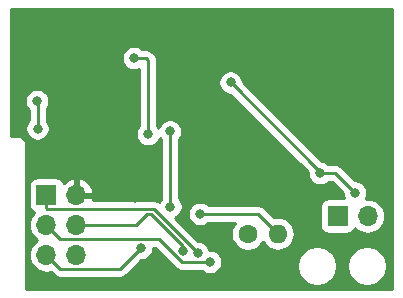
<source format=gbr>
G04 #@! TF.GenerationSoftware,KiCad,Pcbnew,(5.1.0-0)*
G04 #@! TF.CreationDate,2020-07-07T18:13:47+01:00*
G04 #@! TF.ProjectId,autoFan,6175746f-4661-46e2-9e6b-696361645f70,rev?*
G04 #@! TF.SameCoordinates,Original*
G04 #@! TF.FileFunction,Copper,L2,Bot*
G04 #@! TF.FilePolarity,Positive*
%FSLAX46Y46*%
G04 Gerber Fmt 4.6, Leading zero omitted, Abs format (unit mm)*
G04 Created by KiCad (PCBNEW (5.1.0-0)) date 2020-07-07 18:13:47*
%MOMM*%
%LPD*%
G04 APERTURE LIST*
%ADD10R,1.700000X1.700000*%
%ADD11O,1.700000X1.700000*%
%ADD12C,1.600000*%
%ADD13O,1.600000X1.600000*%
%ADD14C,0.800000*%
%ADD15C,0.250000*%
%ADD16C,0.254000*%
G04 APERTURE END LIST*
D10*
X199770000Y-119230000D03*
D11*
X202310000Y-119230000D03*
D10*
X175120000Y-117450000D03*
D11*
X177660000Y-117450000D03*
X175120000Y-119990000D03*
X177660000Y-119990000D03*
X175120000Y-122530000D03*
X177660000Y-122530000D03*
D12*
X192160000Y-120720000D03*
D13*
X194700000Y-120720000D03*
D14*
X174370000Y-111820000D03*
X174340000Y-109510000D03*
X188140000Y-119050000D03*
X178400000Y-106080000D03*
X187890000Y-120470000D03*
X182600000Y-117700000D03*
X183720000Y-112300000D03*
X182550000Y-105850000D03*
X187910000Y-122350000D03*
X188965002Y-123100000D03*
X186687347Y-122152653D03*
X183120000Y-121930000D03*
X185615000Y-118430000D03*
X185580000Y-112070000D03*
X201230000Y-117250000D03*
X198300000Y-115590000D03*
X190710000Y-107910000D03*
D15*
X174370000Y-109540000D02*
X174340000Y-109510000D01*
X174370000Y-111820000D02*
X174370000Y-109540000D01*
X193030000Y-119050000D02*
X194700000Y-120720000D01*
X188140000Y-119050000D02*
X193030000Y-119050000D01*
X183720000Y-112300000D02*
X183720000Y-106020000D01*
X183550000Y-105850000D02*
X182550000Y-105850000D01*
X183720000Y-106020000D02*
X183550000Y-105850000D01*
X184185001Y-118625001D02*
X187910000Y-122350000D01*
X175120000Y-118550000D02*
X175120000Y-117450000D01*
X175195001Y-118625001D02*
X175120000Y-118550000D01*
X184185001Y-118625001D02*
X175195001Y-118625001D01*
X175969999Y-120839999D02*
X175120000Y-119990000D01*
X176295001Y-121165001D02*
X175969999Y-120839999D01*
X184626693Y-121165001D02*
X176295001Y-121165001D01*
X186561692Y-123100000D02*
X184626693Y-121165001D01*
X188965002Y-123100000D02*
X186561692Y-123100000D01*
X177660000Y-119990000D02*
X182690000Y-119990000D01*
X186687347Y-121763757D02*
X186687347Y-122152653D01*
X183998601Y-119075011D02*
X186687347Y-121763757D01*
X183604989Y-119075011D02*
X182690000Y-119990000D01*
X183998601Y-119075011D02*
X183604989Y-119075011D01*
X176295001Y-123705001D02*
X181344999Y-123705001D01*
X175120000Y-122530000D02*
X176295001Y-123705001D01*
X181344999Y-123705001D02*
X183120000Y-121930000D01*
X185615000Y-112105000D02*
X185580000Y-112070000D01*
X185615000Y-118430000D02*
X185615000Y-112105000D01*
X199570000Y-115590000D02*
X198300000Y-115590000D01*
X201230000Y-117250000D02*
X199570000Y-115590000D01*
X198300000Y-115500000D02*
X198300000Y-115590000D01*
X190710000Y-107910000D02*
X198300000Y-115500000D01*
D16*
G36*
X204370001Y-125440000D02*
G01*
X173360000Y-125440000D01*
X173360000Y-119990000D01*
X173627815Y-119990000D01*
X173656487Y-120281111D01*
X173741401Y-120561034D01*
X173879294Y-120819014D01*
X174064866Y-121045134D01*
X174290986Y-121230706D01*
X174345791Y-121260000D01*
X174290986Y-121289294D01*
X174064866Y-121474866D01*
X173879294Y-121700986D01*
X173741401Y-121958966D01*
X173656487Y-122238889D01*
X173627815Y-122530000D01*
X173656487Y-122821111D01*
X173741401Y-123101034D01*
X173879294Y-123359014D01*
X174064866Y-123585134D01*
X174290986Y-123770706D01*
X174548966Y-123908599D01*
X174828889Y-123993513D01*
X175047050Y-124015000D01*
X175192950Y-124015000D01*
X175411111Y-123993513D01*
X175485995Y-123970797D01*
X175731202Y-124216004D01*
X175755000Y-124245002D01*
X175870725Y-124339975D01*
X176002754Y-124410547D01*
X176146015Y-124454004D01*
X176257668Y-124465001D01*
X176257677Y-124465001D01*
X176295000Y-124468677D01*
X176332323Y-124465001D01*
X181307677Y-124465001D01*
X181344999Y-124468677D01*
X181382321Y-124465001D01*
X181382332Y-124465001D01*
X181493985Y-124454004D01*
X181637246Y-124410547D01*
X181769275Y-124339975D01*
X181885000Y-124245002D01*
X181908802Y-124215999D01*
X183159802Y-122965000D01*
X183221939Y-122965000D01*
X183421898Y-122925226D01*
X183610256Y-122847205D01*
X183779774Y-122733937D01*
X183923937Y-122589774D01*
X184037205Y-122420256D01*
X184115226Y-122231898D01*
X184155000Y-122031939D01*
X184155000Y-121925001D01*
X184311892Y-121925001D01*
X185997893Y-123611003D01*
X186021691Y-123640001D01*
X186137416Y-123734974D01*
X186269445Y-123805546D01*
X186412706Y-123849003D01*
X186524359Y-123860000D01*
X186524369Y-123860000D01*
X186561692Y-123863676D01*
X186599015Y-123860000D01*
X188261291Y-123860000D01*
X188305228Y-123903937D01*
X188474746Y-124017205D01*
X188663104Y-124095226D01*
X188863063Y-124135000D01*
X189066941Y-124135000D01*
X189266900Y-124095226D01*
X189455258Y-124017205D01*
X189624776Y-123903937D01*
X189768939Y-123759774D01*
X189882207Y-123590256D01*
X189960228Y-123401898D01*
X189981681Y-123294042D01*
X196345000Y-123294042D01*
X196345000Y-123625958D01*
X196409754Y-123951496D01*
X196536772Y-124258147D01*
X196721175Y-124534125D01*
X196955875Y-124768825D01*
X197231853Y-124953228D01*
X197538504Y-125080246D01*
X197864042Y-125145000D01*
X198195958Y-125145000D01*
X198521496Y-125080246D01*
X198828147Y-124953228D01*
X199104125Y-124768825D01*
X199338825Y-124534125D01*
X199523228Y-124258147D01*
X199650246Y-123951496D01*
X199715000Y-123625958D01*
X199715000Y-123294042D01*
X200575000Y-123294042D01*
X200575000Y-123625958D01*
X200639754Y-123951496D01*
X200766772Y-124258147D01*
X200951175Y-124534125D01*
X201185875Y-124768825D01*
X201461853Y-124953228D01*
X201768504Y-125080246D01*
X202094042Y-125145000D01*
X202425958Y-125145000D01*
X202751496Y-125080246D01*
X203058147Y-124953228D01*
X203334125Y-124768825D01*
X203568825Y-124534125D01*
X203753228Y-124258147D01*
X203880246Y-123951496D01*
X203945000Y-123625958D01*
X203945000Y-123294042D01*
X203880246Y-122968504D01*
X203753228Y-122661853D01*
X203568825Y-122385875D01*
X203334125Y-122151175D01*
X203058147Y-121966772D01*
X202751496Y-121839754D01*
X202425958Y-121775000D01*
X202094042Y-121775000D01*
X201768504Y-121839754D01*
X201461853Y-121966772D01*
X201185875Y-122151175D01*
X200951175Y-122385875D01*
X200766772Y-122661853D01*
X200639754Y-122968504D01*
X200575000Y-123294042D01*
X199715000Y-123294042D01*
X199650246Y-122968504D01*
X199523228Y-122661853D01*
X199338825Y-122385875D01*
X199104125Y-122151175D01*
X198828147Y-121966772D01*
X198521496Y-121839754D01*
X198195958Y-121775000D01*
X197864042Y-121775000D01*
X197538504Y-121839754D01*
X197231853Y-121966772D01*
X196955875Y-122151175D01*
X196721175Y-122385875D01*
X196536772Y-122661853D01*
X196409754Y-122968504D01*
X196345000Y-123294042D01*
X189981681Y-123294042D01*
X190000002Y-123201939D01*
X190000002Y-122998061D01*
X189960228Y-122798102D01*
X189882207Y-122609744D01*
X189768939Y-122440226D01*
X189624776Y-122296063D01*
X189455258Y-122182795D01*
X189266900Y-122104774D01*
X189066941Y-122065000D01*
X188908587Y-122065000D01*
X188905226Y-122048102D01*
X188827205Y-121859744D01*
X188713937Y-121690226D01*
X188569774Y-121546063D01*
X188400256Y-121432795D01*
X188211898Y-121354774D01*
X188011939Y-121315000D01*
X187949802Y-121315000D01*
X186018106Y-119383304D01*
X186105256Y-119347205D01*
X186274774Y-119233937D01*
X186418937Y-119089774D01*
X186513626Y-118948061D01*
X187105000Y-118948061D01*
X187105000Y-119151939D01*
X187144774Y-119351898D01*
X187222795Y-119540256D01*
X187336063Y-119709774D01*
X187480226Y-119853937D01*
X187649744Y-119967205D01*
X187838102Y-120045226D01*
X188038061Y-120085000D01*
X188241939Y-120085000D01*
X188441898Y-120045226D01*
X188630256Y-119967205D01*
X188799774Y-119853937D01*
X188843711Y-119810000D01*
X191042183Y-119810000D01*
X190888320Y-120040273D01*
X190780147Y-120301426D01*
X190725000Y-120578665D01*
X190725000Y-120861335D01*
X190780147Y-121138574D01*
X190888320Y-121399727D01*
X191045363Y-121634759D01*
X191245241Y-121834637D01*
X191480273Y-121991680D01*
X191741426Y-122099853D01*
X192018665Y-122155000D01*
X192301335Y-122155000D01*
X192578574Y-122099853D01*
X192839727Y-121991680D01*
X193074759Y-121834637D01*
X193274637Y-121634759D01*
X193431680Y-121399727D01*
X193433650Y-121394971D01*
X193501068Y-121521101D01*
X193680392Y-121739608D01*
X193898899Y-121918932D01*
X194148192Y-122052182D01*
X194418691Y-122134236D01*
X194629508Y-122155000D01*
X194770492Y-122155000D01*
X194981309Y-122134236D01*
X195251808Y-122052182D01*
X195501101Y-121918932D01*
X195719608Y-121739608D01*
X195898932Y-121521101D01*
X196032182Y-121271808D01*
X196114236Y-121001309D01*
X196141943Y-120720000D01*
X196114236Y-120438691D01*
X196032182Y-120168192D01*
X195898932Y-119918899D01*
X195719608Y-119700392D01*
X195501101Y-119521068D01*
X195251808Y-119387818D01*
X194981309Y-119305764D01*
X194770492Y-119285000D01*
X194629508Y-119285000D01*
X194418691Y-119305764D01*
X194374094Y-119319292D01*
X193593804Y-118539003D01*
X193570001Y-118509999D01*
X193454276Y-118415026D01*
X193322247Y-118344454D01*
X193178986Y-118300997D01*
X193067333Y-118290000D01*
X193067322Y-118290000D01*
X193030000Y-118286324D01*
X192992678Y-118290000D01*
X188843711Y-118290000D01*
X188799774Y-118246063D01*
X188630256Y-118132795D01*
X188441898Y-118054774D01*
X188241939Y-118015000D01*
X188038061Y-118015000D01*
X187838102Y-118054774D01*
X187649744Y-118132795D01*
X187480226Y-118246063D01*
X187336063Y-118390226D01*
X187222795Y-118559744D01*
X187144774Y-118748102D01*
X187105000Y-118948061D01*
X186513626Y-118948061D01*
X186532205Y-118920256D01*
X186610226Y-118731898D01*
X186650000Y-118531939D01*
X186650000Y-118328061D01*
X186610226Y-118128102D01*
X186532205Y-117939744D01*
X186418937Y-117770226D01*
X186375000Y-117726289D01*
X186375000Y-112738711D01*
X186383937Y-112729774D01*
X186497205Y-112560256D01*
X186575226Y-112371898D01*
X186615000Y-112171939D01*
X186615000Y-111968061D01*
X186575226Y-111768102D01*
X186497205Y-111579744D01*
X186383937Y-111410226D01*
X186239774Y-111266063D01*
X186070256Y-111152795D01*
X185881898Y-111074774D01*
X185681939Y-111035000D01*
X185478061Y-111035000D01*
X185278102Y-111074774D01*
X185089744Y-111152795D01*
X184920226Y-111266063D01*
X184776063Y-111410226D01*
X184662795Y-111579744D01*
X184594191Y-111745368D01*
X184523937Y-111640226D01*
X184480000Y-111596289D01*
X184480000Y-107808061D01*
X189675000Y-107808061D01*
X189675000Y-108011939D01*
X189714774Y-108211898D01*
X189792795Y-108400256D01*
X189906063Y-108569774D01*
X190050226Y-108713937D01*
X190219744Y-108827205D01*
X190408102Y-108905226D01*
X190608061Y-108945000D01*
X190670199Y-108945000D01*
X197265000Y-115539802D01*
X197265000Y-115691939D01*
X197304774Y-115891898D01*
X197382795Y-116080256D01*
X197496063Y-116249774D01*
X197640226Y-116393937D01*
X197809744Y-116507205D01*
X197998102Y-116585226D01*
X198198061Y-116625000D01*
X198401939Y-116625000D01*
X198601898Y-116585226D01*
X198790256Y-116507205D01*
X198959774Y-116393937D01*
X199003711Y-116350000D01*
X199255199Y-116350000D01*
X200195000Y-117289802D01*
X200195000Y-117351939D01*
X200234774Y-117551898D01*
X200312795Y-117740256D01*
X200313912Y-117741928D01*
X198920000Y-117741928D01*
X198795518Y-117754188D01*
X198675820Y-117790498D01*
X198565506Y-117849463D01*
X198468815Y-117928815D01*
X198389463Y-118025506D01*
X198330498Y-118135820D01*
X198294188Y-118255518D01*
X198281928Y-118380000D01*
X198281928Y-120080000D01*
X198294188Y-120204482D01*
X198330498Y-120324180D01*
X198389463Y-120434494D01*
X198468815Y-120531185D01*
X198565506Y-120610537D01*
X198675820Y-120669502D01*
X198795518Y-120705812D01*
X198920000Y-120718072D01*
X200620000Y-120718072D01*
X200744482Y-120705812D01*
X200864180Y-120669502D01*
X200974494Y-120610537D01*
X201071185Y-120531185D01*
X201150537Y-120434494D01*
X201209502Y-120324180D01*
X201230393Y-120255313D01*
X201254866Y-120285134D01*
X201480986Y-120470706D01*
X201738966Y-120608599D01*
X202018889Y-120693513D01*
X202237050Y-120715000D01*
X202382950Y-120715000D01*
X202601111Y-120693513D01*
X202881034Y-120608599D01*
X203139014Y-120470706D01*
X203365134Y-120285134D01*
X203550706Y-120059014D01*
X203688599Y-119801034D01*
X203773513Y-119521111D01*
X203802185Y-119230000D01*
X203773513Y-118938889D01*
X203688599Y-118658966D01*
X203550706Y-118400986D01*
X203365134Y-118174866D01*
X203139014Y-117989294D01*
X202881034Y-117851401D01*
X202601111Y-117766487D01*
X202382950Y-117745000D01*
X202237050Y-117745000D01*
X202137483Y-117754807D01*
X202147205Y-117740256D01*
X202225226Y-117551898D01*
X202265000Y-117351939D01*
X202265000Y-117148061D01*
X202225226Y-116948102D01*
X202147205Y-116759744D01*
X202033937Y-116590226D01*
X201889774Y-116446063D01*
X201720256Y-116332795D01*
X201531898Y-116254774D01*
X201331939Y-116215000D01*
X201269802Y-116215000D01*
X200133804Y-115079003D01*
X200110001Y-115049999D01*
X199994276Y-114955026D01*
X199862247Y-114884454D01*
X199718986Y-114840997D01*
X199607333Y-114830000D01*
X199607322Y-114830000D01*
X199570000Y-114826324D01*
X199532678Y-114830000D01*
X199003711Y-114830000D01*
X198959774Y-114786063D01*
X198790256Y-114672795D01*
X198601898Y-114594774D01*
X198436720Y-114561918D01*
X191745000Y-107870199D01*
X191745000Y-107808061D01*
X191705226Y-107608102D01*
X191627205Y-107419744D01*
X191513937Y-107250226D01*
X191369774Y-107106063D01*
X191200256Y-106992795D01*
X191011898Y-106914774D01*
X190811939Y-106875000D01*
X190608061Y-106875000D01*
X190408102Y-106914774D01*
X190219744Y-106992795D01*
X190050226Y-107106063D01*
X189906063Y-107250226D01*
X189792795Y-107419744D01*
X189714774Y-107608102D01*
X189675000Y-107808061D01*
X184480000Y-107808061D01*
X184480000Y-106057322D01*
X184483676Y-106019999D01*
X184480000Y-105982676D01*
X184480000Y-105982667D01*
X184469003Y-105871014D01*
X184425546Y-105727753D01*
X184354974Y-105595724D01*
X184260001Y-105479999D01*
X184230997Y-105456196D01*
X184113804Y-105339003D01*
X184090001Y-105309999D01*
X183974276Y-105215026D01*
X183842247Y-105144454D01*
X183698986Y-105100997D01*
X183587333Y-105090000D01*
X183587322Y-105090000D01*
X183550000Y-105086324D01*
X183512678Y-105090000D01*
X183253711Y-105090000D01*
X183209774Y-105046063D01*
X183040256Y-104932795D01*
X182851898Y-104854774D01*
X182651939Y-104815000D01*
X182448061Y-104815000D01*
X182248102Y-104854774D01*
X182059744Y-104932795D01*
X181890226Y-105046063D01*
X181746063Y-105190226D01*
X181632795Y-105359744D01*
X181554774Y-105548102D01*
X181515000Y-105748061D01*
X181515000Y-105951939D01*
X181554774Y-106151898D01*
X181632795Y-106340256D01*
X181746063Y-106509774D01*
X181890226Y-106653937D01*
X182059744Y-106767205D01*
X182248102Y-106845226D01*
X182448061Y-106885000D01*
X182651939Y-106885000D01*
X182851898Y-106845226D01*
X182960001Y-106800448D01*
X182960000Y-111596289D01*
X182916063Y-111640226D01*
X182802795Y-111809744D01*
X182724774Y-111998102D01*
X182685000Y-112198061D01*
X182685000Y-112401939D01*
X182724774Y-112601898D01*
X182802795Y-112790256D01*
X182916063Y-112959774D01*
X183060226Y-113103937D01*
X183229744Y-113217205D01*
X183418102Y-113295226D01*
X183618061Y-113335000D01*
X183821939Y-113335000D01*
X184021898Y-113295226D01*
X184210256Y-113217205D01*
X184379774Y-113103937D01*
X184523937Y-112959774D01*
X184637205Y-112790256D01*
X184705809Y-112624632D01*
X184776063Y-112729774D01*
X184855001Y-112808712D01*
X184855000Y-117726289D01*
X184811063Y-117770226D01*
X184697795Y-117939744D01*
X184659794Y-118031485D01*
X184609277Y-117990027D01*
X184477248Y-117919455D01*
X184333987Y-117875998D01*
X184222334Y-117865001D01*
X184222323Y-117865001D01*
X184185001Y-117861325D01*
X184147679Y-117865001D01*
X179083850Y-117865001D01*
X179101476Y-117806890D01*
X178980155Y-117577000D01*
X177787000Y-117577000D01*
X177787000Y-117597000D01*
X177533000Y-117597000D01*
X177533000Y-117577000D01*
X177513000Y-117577000D01*
X177513000Y-117323000D01*
X177533000Y-117323000D01*
X177533000Y-116129186D01*
X177787000Y-116129186D01*
X177787000Y-117323000D01*
X178980155Y-117323000D01*
X179101476Y-117093110D01*
X179056825Y-116945901D01*
X178931641Y-116683080D01*
X178757588Y-116449731D01*
X178541355Y-116254822D01*
X178291252Y-116105843D01*
X178016891Y-116008519D01*
X177787000Y-116129186D01*
X177533000Y-116129186D01*
X177303109Y-116008519D01*
X177028748Y-116105843D01*
X176778645Y-116254822D01*
X176582498Y-116431626D01*
X176559502Y-116355820D01*
X176500537Y-116245506D01*
X176421185Y-116148815D01*
X176324494Y-116069463D01*
X176214180Y-116010498D01*
X176094482Y-115974188D01*
X175970000Y-115961928D01*
X174270000Y-115961928D01*
X174145518Y-115974188D01*
X174025820Y-116010498D01*
X173915506Y-116069463D01*
X173818815Y-116148815D01*
X173739463Y-116245506D01*
X173680498Y-116355820D01*
X173644188Y-116475518D01*
X173631928Y-116600000D01*
X173631928Y-118300000D01*
X173644188Y-118424482D01*
X173680498Y-118544180D01*
X173739463Y-118654494D01*
X173818815Y-118751185D01*
X173915506Y-118830537D01*
X174025820Y-118889502D01*
X174094687Y-118910393D01*
X174064866Y-118934866D01*
X173879294Y-119160986D01*
X173741401Y-119418966D01*
X173656487Y-119698889D01*
X173627815Y-119990000D01*
X173360000Y-119990000D01*
X173360000Y-113112419D01*
X173363193Y-113080000D01*
X173350450Y-112950617D01*
X173312710Y-112826207D01*
X173251425Y-112711550D01*
X173168948Y-112611052D01*
X173068450Y-112528575D01*
X172953793Y-112467290D01*
X172829383Y-112429550D01*
X172732419Y-112420000D01*
X172700000Y-112416807D01*
X172667581Y-112420000D01*
X172127000Y-112420000D01*
X172127000Y-109408061D01*
X173305000Y-109408061D01*
X173305000Y-109611939D01*
X173344774Y-109811898D01*
X173422795Y-110000256D01*
X173536063Y-110169774D01*
X173610001Y-110243712D01*
X173610000Y-111116289D01*
X173566063Y-111160226D01*
X173452795Y-111329744D01*
X173374774Y-111518102D01*
X173335000Y-111718061D01*
X173335000Y-111921939D01*
X173374774Y-112121898D01*
X173452795Y-112310256D01*
X173566063Y-112479774D01*
X173710226Y-112623937D01*
X173879744Y-112737205D01*
X174068102Y-112815226D01*
X174268061Y-112855000D01*
X174471939Y-112855000D01*
X174671898Y-112815226D01*
X174860256Y-112737205D01*
X175029774Y-112623937D01*
X175173937Y-112479774D01*
X175287205Y-112310256D01*
X175365226Y-112121898D01*
X175405000Y-111921939D01*
X175405000Y-111718061D01*
X175365226Y-111518102D01*
X175287205Y-111329744D01*
X175173937Y-111160226D01*
X175130000Y-111116289D01*
X175130000Y-110183711D01*
X175143937Y-110169774D01*
X175257205Y-110000256D01*
X175335226Y-109811898D01*
X175375000Y-109611939D01*
X175375000Y-109408061D01*
X175335226Y-109208102D01*
X175257205Y-109019744D01*
X175143937Y-108850226D01*
X174999774Y-108706063D01*
X174830256Y-108592795D01*
X174641898Y-108514774D01*
X174441939Y-108475000D01*
X174238061Y-108475000D01*
X174038102Y-108514774D01*
X173849744Y-108592795D01*
X173680226Y-108706063D01*
X173536063Y-108850226D01*
X173422795Y-109019744D01*
X173344774Y-109208102D01*
X173305000Y-109408061D01*
X172127000Y-109408061D01*
X172127000Y-101660000D01*
X204370000Y-101660000D01*
X204370001Y-125440000D01*
X204370001Y-125440000D01*
G37*
X204370001Y-125440000D02*
X173360000Y-125440000D01*
X173360000Y-119990000D01*
X173627815Y-119990000D01*
X173656487Y-120281111D01*
X173741401Y-120561034D01*
X173879294Y-120819014D01*
X174064866Y-121045134D01*
X174290986Y-121230706D01*
X174345791Y-121260000D01*
X174290986Y-121289294D01*
X174064866Y-121474866D01*
X173879294Y-121700986D01*
X173741401Y-121958966D01*
X173656487Y-122238889D01*
X173627815Y-122530000D01*
X173656487Y-122821111D01*
X173741401Y-123101034D01*
X173879294Y-123359014D01*
X174064866Y-123585134D01*
X174290986Y-123770706D01*
X174548966Y-123908599D01*
X174828889Y-123993513D01*
X175047050Y-124015000D01*
X175192950Y-124015000D01*
X175411111Y-123993513D01*
X175485995Y-123970797D01*
X175731202Y-124216004D01*
X175755000Y-124245002D01*
X175870725Y-124339975D01*
X176002754Y-124410547D01*
X176146015Y-124454004D01*
X176257668Y-124465001D01*
X176257677Y-124465001D01*
X176295000Y-124468677D01*
X176332323Y-124465001D01*
X181307677Y-124465001D01*
X181344999Y-124468677D01*
X181382321Y-124465001D01*
X181382332Y-124465001D01*
X181493985Y-124454004D01*
X181637246Y-124410547D01*
X181769275Y-124339975D01*
X181885000Y-124245002D01*
X181908802Y-124215999D01*
X183159802Y-122965000D01*
X183221939Y-122965000D01*
X183421898Y-122925226D01*
X183610256Y-122847205D01*
X183779774Y-122733937D01*
X183923937Y-122589774D01*
X184037205Y-122420256D01*
X184115226Y-122231898D01*
X184155000Y-122031939D01*
X184155000Y-121925001D01*
X184311892Y-121925001D01*
X185997893Y-123611003D01*
X186021691Y-123640001D01*
X186137416Y-123734974D01*
X186269445Y-123805546D01*
X186412706Y-123849003D01*
X186524359Y-123860000D01*
X186524369Y-123860000D01*
X186561692Y-123863676D01*
X186599015Y-123860000D01*
X188261291Y-123860000D01*
X188305228Y-123903937D01*
X188474746Y-124017205D01*
X188663104Y-124095226D01*
X188863063Y-124135000D01*
X189066941Y-124135000D01*
X189266900Y-124095226D01*
X189455258Y-124017205D01*
X189624776Y-123903937D01*
X189768939Y-123759774D01*
X189882207Y-123590256D01*
X189960228Y-123401898D01*
X189981681Y-123294042D01*
X196345000Y-123294042D01*
X196345000Y-123625958D01*
X196409754Y-123951496D01*
X196536772Y-124258147D01*
X196721175Y-124534125D01*
X196955875Y-124768825D01*
X197231853Y-124953228D01*
X197538504Y-125080246D01*
X197864042Y-125145000D01*
X198195958Y-125145000D01*
X198521496Y-125080246D01*
X198828147Y-124953228D01*
X199104125Y-124768825D01*
X199338825Y-124534125D01*
X199523228Y-124258147D01*
X199650246Y-123951496D01*
X199715000Y-123625958D01*
X199715000Y-123294042D01*
X200575000Y-123294042D01*
X200575000Y-123625958D01*
X200639754Y-123951496D01*
X200766772Y-124258147D01*
X200951175Y-124534125D01*
X201185875Y-124768825D01*
X201461853Y-124953228D01*
X201768504Y-125080246D01*
X202094042Y-125145000D01*
X202425958Y-125145000D01*
X202751496Y-125080246D01*
X203058147Y-124953228D01*
X203334125Y-124768825D01*
X203568825Y-124534125D01*
X203753228Y-124258147D01*
X203880246Y-123951496D01*
X203945000Y-123625958D01*
X203945000Y-123294042D01*
X203880246Y-122968504D01*
X203753228Y-122661853D01*
X203568825Y-122385875D01*
X203334125Y-122151175D01*
X203058147Y-121966772D01*
X202751496Y-121839754D01*
X202425958Y-121775000D01*
X202094042Y-121775000D01*
X201768504Y-121839754D01*
X201461853Y-121966772D01*
X201185875Y-122151175D01*
X200951175Y-122385875D01*
X200766772Y-122661853D01*
X200639754Y-122968504D01*
X200575000Y-123294042D01*
X199715000Y-123294042D01*
X199650246Y-122968504D01*
X199523228Y-122661853D01*
X199338825Y-122385875D01*
X199104125Y-122151175D01*
X198828147Y-121966772D01*
X198521496Y-121839754D01*
X198195958Y-121775000D01*
X197864042Y-121775000D01*
X197538504Y-121839754D01*
X197231853Y-121966772D01*
X196955875Y-122151175D01*
X196721175Y-122385875D01*
X196536772Y-122661853D01*
X196409754Y-122968504D01*
X196345000Y-123294042D01*
X189981681Y-123294042D01*
X190000002Y-123201939D01*
X190000002Y-122998061D01*
X189960228Y-122798102D01*
X189882207Y-122609744D01*
X189768939Y-122440226D01*
X189624776Y-122296063D01*
X189455258Y-122182795D01*
X189266900Y-122104774D01*
X189066941Y-122065000D01*
X188908587Y-122065000D01*
X188905226Y-122048102D01*
X188827205Y-121859744D01*
X188713937Y-121690226D01*
X188569774Y-121546063D01*
X188400256Y-121432795D01*
X188211898Y-121354774D01*
X188011939Y-121315000D01*
X187949802Y-121315000D01*
X186018106Y-119383304D01*
X186105256Y-119347205D01*
X186274774Y-119233937D01*
X186418937Y-119089774D01*
X186513626Y-118948061D01*
X187105000Y-118948061D01*
X187105000Y-119151939D01*
X187144774Y-119351898D01*
X187222795Y-119540256D01*
X187336063Y-119709774D01*
X187480226Y-119853937D01*
X187649744Y-119967205D01*
X187838102Y-120045226D01*
X188038061Y-120085000D01*
X188241939Y-120085000D01*
X188441898Y-120045226D01*
X188630256Y-119967205D01*
X188799774Y-119853937D01*
X188843711Y-119810000D01*
X191042183Y-119810000D01*
X190888320Y-120040273D01*
X190780147Y-120301426D01*
X190725000Y-120578665D01*
X190725000Y-120861335D01*
X190780147Y-121138574D01*
X190888320Y-121399727D01*
X191045363Y-121634759D01*
X191245241Y-121834637D01*
X191480273Y-121991680D01*
X191741426Y-122099853D01*
X192018665Y-122155000D01*
X192301335Y-122155000D01*
X192578574Y-122099853D01*
X192839727Y-121991680D01*
X193074759Y-121834637D01*
X193274637Y-121634759D01*
X193431680Y-121399727D01*
X193433650Y-121394971D01*
X193501068Y-121521101D01*
X193680392Y-121739608D01*
X193898899Y-121918932D01*
X194148192Y-122052182D01*
X194418691Y-122134236D01*
X194629508Y-122155000D01*
X194770492Y-122155000D01*
X194981309Y-122134236D01*
X195251808Y-122052182D01*
X195501101Y-121918932D01*
X195719608Y-121739608D01*
X195898932Y-121521101D01*
X196032182Y-121271808D01*
X196114236Y-121001309D01*
X196141943Y-120720000D01*
X196114236Y-120438691D01*
X196032182Y-120168192D01*
X195898932Y-119918899D01*
X195719608Y-119700392D01*
X195501101Y-119521068D01*
X195251808Y-119387818D01*
X194981309Y-119305764D01*
X194770492Y-119285000D01*
X194629508Y-119285000D01*
X194418691Y-119305764D01*
X194374094Y-119319292D01*
X193593804Y-118539003D01*
X193570001Y-118509999D01*
X193454276Y-118415026D01*
X193322247Y-118344454D01*
X193178986Y-118300997D01*
X193067333Y-118290000D01*
X193067322Y-118290000D01*
X193030000Y-118286324D01*
X192992678Y-118290000D01*
X188843711Y-118290000D01*
X188799774Y-118246063D01*
X188630256Y-118132795D01*
X188441898Y-118054774D01*
X188241939Y-118015000D01*
X188038061Y-118015000D01*
X187838102Y-118054774D01*
X187649744Y-118132795D01*
X187480226Y-118246063D01*
X187336063Y-118390226D01*
X187222795Y-118559744D01*
X187144774Y-118748102D01*
X187105000Y-118948061D01*
X186513626Y-118948061D01*
X186532205Y-118920256D01*
X186610226Y-118731898D01*
X186650000Y-118531939D01*
X186650000Y-118328061D01*
X186610226Y-118128102D01*
X186532205Y-117939744D01*
X186418937Y-117770226D01*
X186375000Y-117726289D01*
X186375000Y-112738711D01*
X186383937Y-112729774D01*
X186497205Y-112560256D01*
X186575226Y-112371898D01*
X186615000Y-112171939D01*
X186615000Y-111968061D01*
X186575226Y-111768102D01*
X186497205Y-111579744D01*
X186383937Y-111410226D01*
X186239774Y-111266063D01*
X186070256Y-111152795D01*
X185881898Y-111074774D01*
X185681939Y-111035000D01*
X185478061Y-111035000D01*
X185278102Y-111074774D01*
X185089744Y-111152795D01*
X184920226Y-111266063D01*
X184776063Y-111410226D01*
X184662795Y-111579744D01*
X184594191Y-111745368D01*
X184523937Y-111640226D01*
X184480000Y-111596289D01*
X184480000Y-107808061D01*
X189675000Y-107808061D01*
X189675000Y-108011939D01*
X189714774Y-108211898D01*
X189792795Y-108400256D01*
X189906063Y-108569774D01*
X190050226Y-108713937D01*
X190219744Y-108827205D01*
X190408102Y-108905226D01*
X190608061Y-108945000D01*
X190670199Y-108945000D01*
X197265000Y-115539802D01*
X197265000Y-115691939D01*
X197304774Y-115891898D01*
X197382795Y-116080256D01*
X197496063Y-116249774D01*
X197640226Y-116393937D01*
X197809744Y-116507205D01*
X197998102Y-116585226D01*
X198198061Y-116625000D01*
X198401939Y-116625000D01*
X198601898Y-116585226D01*
X198790256Y-116507205D01*
X198959774Y-116393937D01*
X199003711Y-116350000D01*
X199255199Y-116350000D01*
X200195000Y-117289802D01*
X200195000Y-117351939D01*
X200234774Y-117551898D01*
X200312795Y-117740256D01*
X200313912Y-117741928D01*
X198920000Y-117741928D01*
X198795518Y-117754188D01*
X198675820Y-117790498D01*
X198565506Y-117849463D01*
X198468815Y-117928815D01*
X198389463Y-118025506D01*
X198330498Y-118135820D01*
X198294188Y-118255518D01*
X198281928Y-118380000D01*
X198281928Y-120080000D01*
X198294188Y-120204482D01*
X198330498Y-120324180D01*
X198389463Y-120434494D01*
X198468815Y-120531185D01*
X198565506Y-120610537D01*
X198675820Y-120669502D01*
X198795518Y-120705812D01*
X198920000Y-120718072D01*
X200620000Y-120718072D01*
X200744482Y-120705812D01*
X200864180Y-120669502D01*
X200974494Y-120610537D01*
X201071185Y-120531185D01*
X201150537Y-120434494D01*
X201209502Y-120324180D01*
X201230393Y-120255313D01*
X201254866Y-120285134D01*
X201480986Y-120470706D01*
X201738966Y-120608599D01*
X202018889Y-120693513D01*
X202237050Y-120715000D01*
X202382950Y-120715000D01*
X202601111Y-120693513D01*
X202881034Y-120608599D01*
X203139014Y-120470706D01*
X203365134Y-120285134D01*
X203550706Y-120059014D01*
X203688599Y-119801034D01*
X203773513Y-119521111D01*
X203802185Y-119230000D01*
X203773513Y-118938889D01*
X203688599Y-118658966D01*
X203550706Y-118400986D01*
X203365134Y-118174866D01*
X203139014Y-117989294D01*
X202881034Y-117851401D01*
X202601111Y-117766487D01*
X202382950Y-117745000D01*
X202237050Y-117745000D01*
X202137483Y-117754807D01*
X202147205Y-117740256D01*
X202225226Y-117551898D01*
X202265000Y-117351939D01*
X202265000Y-117148061D01*
X202225226Y-116948102D01*
X202147205Y-116759744D01*
X202033937Y-116590226D01*
X201889774Y-116446063D01*
X201720256Y-116332795D01*
X201531898Y-116254774D01*
X201331939Y-116215000D01*
X201269802Y-116215000D01*
X200133804Y-115079003D01*
X200110001Y-115049999D01*
X199994276Y-114955026D01*
X199862247Y-114884454D01*
X199718986Y-114840997D01*
X199607333Y-114830000D01*
X199607322Y-114830000D01*
X199570000Y-114826324D01*
X199532678Y-114830000D01*
X199003711Y-114830000D01*
X198959774Y-114786063D01*
X198790256Y-114672795D01*
X198601898Y-114594774D01*
X198436720Y-114561918D01*
X191745000Y-107870199D01*
X191745000Y-107808061D01*
X191705226Y-107608102D01*
X191627205Y-107419744D01*
X191513937Y-107250226D01*
X191369774Y-107106063D01*
X191200256Y-106992795D01*
X191011898Y-106914774D01*
X190811939Y-106875000D01*
X190608061Y-106875000D01*
X190408102Y-106914774D01*
X190219744Y-106992795D01*
X190050226Y-107106063D01*
X189906063Y-107250226D01*
X189792795Y-107419744D01*
X189714774Y-107608102D01*
X189675000Y-107808061D01*
X184480000Y-107808061D01*
X184480000Y-106057322D01*
X184483676Y-106019999D01*
X184480000Y-105982676D01*
X184480000Y-105982667D01*
X184469003Y-105871014D01*
X184425546Y-105727753D01*
X184354974Y-105595724D01*
X184260001Y-105479999D01*
X184230997Y-105456196D01*
X184113804Y-105339003D01*
X184090001Y-105309999D01*
X183974276Y-105215026D01*
X183842247Y-105144454D01*
X183698986Y-105100997D01*
X183587333Y-105090000D01*
X183587322Y-105090000D01*
X183550000Y-105086324D01*
X183512678Y-105090000D01*
X183253711Y-105090000D01*
X183209774Y-105046063D01*
X183040256Y-104932795D01*
X182851898Y-104854774D01*
X182651939Y-104815000D01*
X182448061Y-104815000D01*
X182248102Y-104854774D01*
X182059744Y-104932795D01*
X181890226Y-105046063D01*
X181746063Y-105190226D01*
X181632795Y-105359744D01*
X181554774Y-105548102D01*
X181515000Y-105748061D01*
X181515000Y-105951939D01*
X181554774Y-106151898D01*
X181632795Y-106340256D01*
X181746063Y-106509774D01*
X181890226Y-106653937D01*
X182059744Y-106767205D01*
X182248102Y-106845226D01*
X182448061Y-106885000D01*
X182651939Y-106885000D01*
X182851898Y-106845226D01*
X182960001Y-106800448D01*
X182960000Y-111596289D01*
X182916063Y-111640226D01*
X182802795Y-111809744D01*
X182724774Y-111998102D01*
X182685000Y-112198061D01*
X182685000Y-112401939D01*
X182724774Y-112601898D01*
X182802795Y-112790256D01*
X182916063Y-112959774D01*
X183060226Y-113103937D01*
X183229744Y-113217205D01*
X183418102Y-113295226D01*
X183618061Y-113335000D01*
X183821939Y-113335000D01*
X184021898Y-113295226D01*
X184210256Y-113217205D01*
X184379774Y-113103937D01*
X184523937Y-112959774D01*
X184637205Y-112790256D01*
X184705809Y-112624632D01*
X184776063Y-112729774D01*
X184855001Y-112808712D01*
X184855000Y-117726289D01*
X184811063Y-117770226D01*
X184697795Y-117939744D01*
X184659794Y-118031485D01*
X184609277Y-117990027D01*
X184477248Y-117919455D01*
X184333987Y-117875998D01*
X184222334Y-117865001D01*
X184222323Y-117865001D01*
X184185001Y-117861325D01*
X184147679Y-117865001D01*
X179083850Y-117865001D01*
X179101476Y-117806890D01*
X178980155Y-117577000D01*
X177787000Y-117577000D01*
X177787000Y-117597000D01*
X177533000Y-117597000D01*
X177533000Y-117577000D01*
X177513000Y-117577000D01*
X177513000Y-117323000D01*
X177533000Y-117323000D01*
X177533000Y-116129186D01*
X177787000Y-116129186D01*
X177787000Y-117323000D01*
X178980155Y-117323000D01*
X179101476Y-117093110D01*
X179056825Y-116945901D01*
X178931641Y-116683080D01*
X178757588Y-116449731D01*
X178541355Y-116254822D01*
X178291252Y-116105843D01*
X178016891Y-116008519D01*
X177787000Y-116129186D01*
X177533000Y-116129186D01*
X177303109Y-116008519D01*
X177028748Y-116105843D01*
X176778645Y-116254822D01*
X176582498Y-116431626D01*
X176559502Y-116355820D01*
X176500537Y-116245506D01*
X176421185Y-116148815D01*
X176324494Y-116069463D01*
X176214180Y-116010498D01*
X176094482Y-115974188D01*
X175970000Y-115961928D01*
X174270000Y-115961928D01*
X174145518Y-115974188D01*
X174025820Y-116010498D01*
X173915506Y-116069463D01*
X173818815Y-116148815D01*
X173739463Y-116245506D01*
X173680498Y-116355820D01*
X173644188Y-116475518D01*
X173631928Y-116600000D01*
X173631928Y-118300000D01*
X173644188Y-118424482D01*
X173680498Y-118544180D01*
X173739463Y-118654494D01*
X173818815Y-118751185D01*
X173915506Y-118830537D01*
X174025820Y-118889502D01*
X174094687Y-118910393D01*
X174064866Y-118934866D01*
X173879294Y-119160986D01*
X173741401Y-119418966D01*
X173656487Y-119698889D01*
X173627815Y-119990000D01*
X173360000Y-119990000D01*
X173360000Y-113112419D01*
X173363193Y-113080000D01*
X173350450Y-112950617D01*
X173312710Y-112826207D01*
X173251425Y-112711550D01*
X173168948Y-112611052D01*
X173068450Y-112528575D01*
X172953793Y-112467290D01*
X172829383Y-112429550D01*
X172732419Y-112420000D01*
X172700000Y-112416807D01*
X172667581Y-112420000D01*
X172127000Y-112420000D01*
X172127000Y-109408061D01*
X173305000Y-109408061D01*
X173305000Y-109611939D01*
X173344774Y-109811898D01*
X173422795Y-110000256D01*
X173536063Y-110169774D01*
X173610001Y-110243712D01*
X173610000Y-111116289D01*
X173566063Y-111160226D01*
X173452795Y-111329744D01*
X173374774Y-111518102D01*
X173335000Y-111718061D01*
X173335000Y-111921939D01*
X173374774Y-112121898D01*
X173452795Y-112310256D01*
X173566063Y-112479774D01*
X173710226Y-112623937D01*
X173879744Y-112737205D01*
X174068102Y-112815226D01*
X174268061Y-112855000D01*
X174471939Y-112855000D01*
X174671898Y-112815226D01*
X174860256Y-112737205D01*
X175029774Y-112623937D01*
X175173937Y-112479774D01*
X175287205Y-112310256D01*
X175365226Y-112121898D01*
X175405000Y-111921939D01*
X175405000Y-111718061D01*
X175365226Y-111518102D01*
X175287205Y-111329744D01*
X175173937Y-111160226D01*
X175130000Y-111116289D01*
X175130000Y-110183711D01*
X175143937Y-110169774D01*
X175257205Y-110000256D01*
X175335226Y-109811898D01*
X175375000Y-109611939D01*
X175375000Y-109408061D01*
X175335226Y-109208102D01*
X175257205Y-109019744D01*
X175143937Y-108850226D01*
X174999774Y-108706063D01*
X174830256Y-108592795D01*
X174641898Y-108514774D01*
X174441939Y-108475000D01*
X174238061Y-108475000D01*
X174038102Y-108514774D01*
X173849744Y-108592795D01*
X173680226Y-108706063D01*
X173536063Y-108850226D01*
X173422795Y-109019744D01*
X173344774Y-109208102D01*
X173305000Y-109408061D01*
X172127000Y-109408061D01*
X172127000Y-101660000D01*
X204370000Y-101660000D01*
X204370001Y-125440000D01*
M02*

</source>
